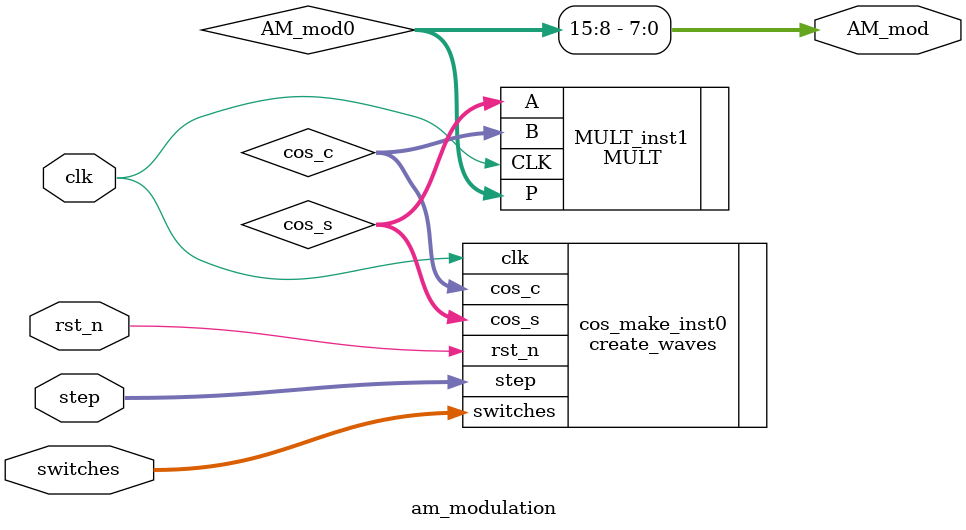
<source format=v>
`timescale 1ns / 1ps


module am_modulation(

    input       clk,//10kHz
    input       rst_n,
    input [7:0]step,
    input [7:0]switches,
    output  reg signed  [7:0]  AM_mod
);

wire    [7:0]   cos_s;
wire    signed  [7:0]   cos_c;
wire  signed  [15:0]  AM_mod0;

always@*
AM_mod<= AM_mod0[15:8];

//------------µ÷ÓÃ³ö²¨Ä£¿é------------//
create_waves        cos_make_inst0(
    .clk            (clk),
    .rst_n      (rst_n),
    
    .step(step),
    .switches(switches),
    
    .cos_s      (cos_s),
    .cos_c      (cos_c)
);
//-----------------------------------//

//------------µ÷ÓÃ³Ë·¨Æ÷--------------//
MULT        MULT_inst1(     
  .CLK  (clk),
  .A        (cos_s),
  .B        (cos_c),
  .P        (AM_mod0)
);
       
endmodule

</source>
